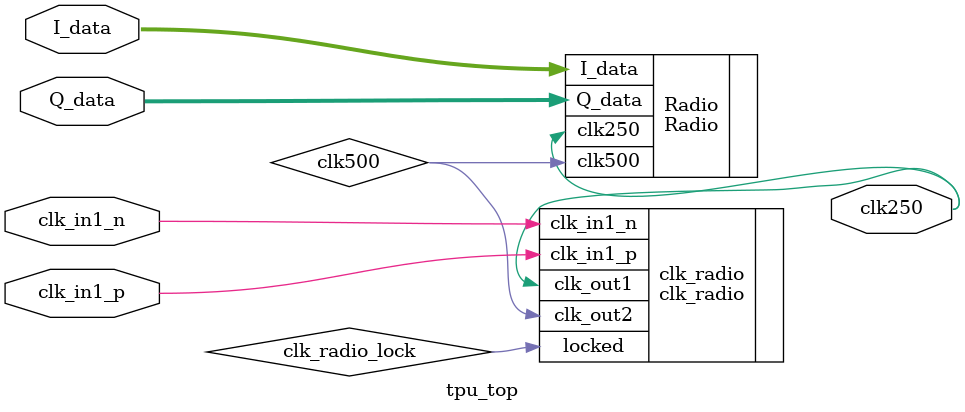
<source format=sv>
`timescale 1ns / 1ps

module tpu_top
   (
   output clk250,
   input [15:0]I_data,Q_data,
 //$$$$$$$$$$$$$$$$$$$$$$$$$ for ddr $$$$$$$$$$$$$$$$$$$$$$$$$$$$$$
`ifdef ddr 
    input                   sys_rst, //Common port for all controllers
    input                   c0_sys_clk_p,
    input                   c0_sys_clk_n,
    output                  c0_ddr4_act_n,
    output [16:0]           c0_ddr4_adr,
    output [1:0]            c0_ddr4_ba,
    output [0:0]            c0_ddr4_bg,
    output [0:0]            c0_ddr4_cke,
    output [0:0]            c0_ddr4_odt,
    output [0:0]            c0_ddr4_cs_n,
    output [0:0]            c0_ddr4_ck_t,
    output [0:0]            c0_ddr4_ck_c,
    output                  c0_ddr4_reset_n,
    inout  [7:0]            c0_ddr4_dm_dbi_n,
    inout  [63:0]           c0_ddr4_dq,
    inout  [7:0]            c0_ddr4_dqs_t,
    inout  [7:0]            c0_ddr4_dqs_c, 
`endif 
    input clk_in1_p,clk_in1_n

    );
`ifdef ddr 
    ddr_control ddr_control(
        .*
        );
`endif     

wire clk_radio_lock,clk250,clk500;
clk_radio clk_radio 
 (
  .locked(clk_radio_lock),
  // Clock out ports
  .clk_out1(clk250),
  .clk_out2(clk500),
 // Clock in ports
  .clk_in1_p(clk_in1_p),
  .clk_in1_n(clk_in1_n)
 );
Radio Radio(
    .clk250(clk250),
    .clk500(clk500),
    
    .I_data(I_data),
    .Q_data(Q_data)
    
    );       
endmodule

</source>
